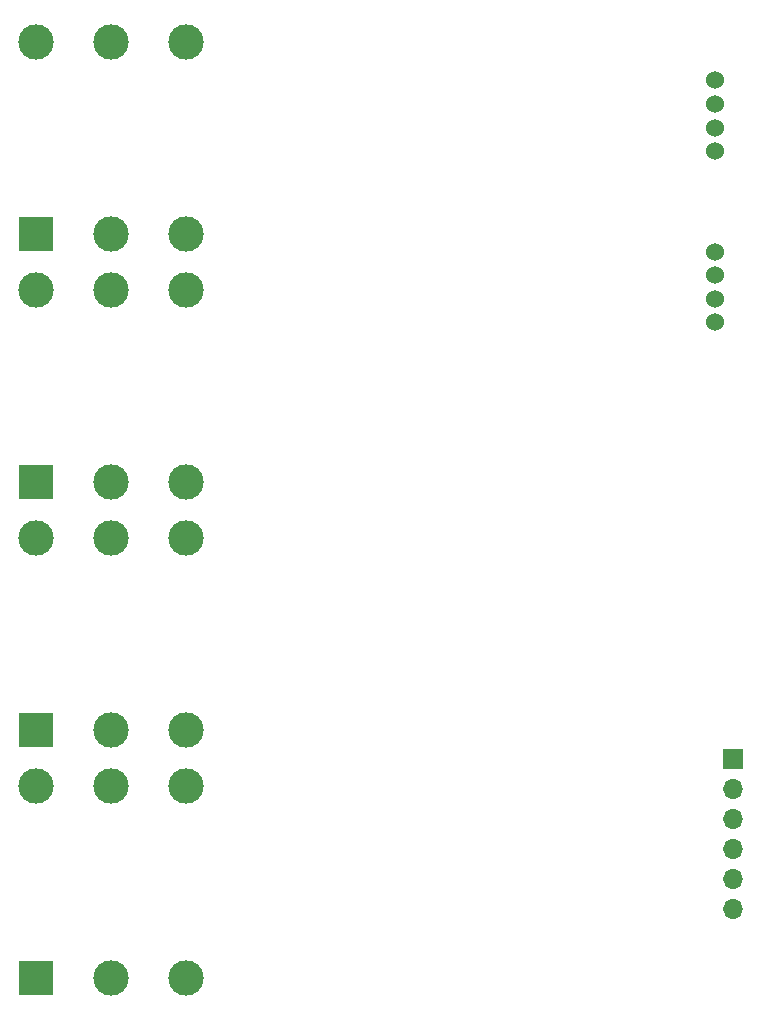
<source format=gbs>
G04 #@! TF.FileFunction,Soldermask,Bot*
%FSLAX46Y46*%
G04 Gerber Fmt 4.6, Leading zero omitted, Abs format (unit mm)*
G04 Created by KiCad (PCBNEW 4.0.7) date 09/24/20 20:34:46*
%MOMM*%
%LPD*%
G01*
G04 APERTURE LIST*
%ADD10C,0.200000*%
%ADD11C,1.524000*%
%ADD12R,1.700000X1.700000*%
%ADD13O,1.700000X1.700000*%
%ADD14C,3.000000*%
%ADD15R,3.000000X3.000000*%
G04 APERTURE END LIST*
D10*
D11*
X211000000Y-104000000D03*
X211000000Y-106000000D03*
X211000000Y-108000000D03*
X211000000Y-110000000D03*
D12*
X212500000Y-147000000D03*
D13*
X212500000Y-149540000D03*
X212500000Y-152080000D03*
X212500000Y-154620000D03*
X212500000Y-157160000D03*
X212500000Y-159700000D03*
D11*
X211000000Y-89500000D03*
X211000000Y-91500000D03*
X211000000Y-93500000D03*
X211000000Y-95500000D03*
D14*
X159850000Y-86270000D03*
X166200000Y-86270000D03*
X153500000Y-86270000D03*
X159850000Y-102500000D03*
X166200000Y-102500000D03*
D15*
X153500000Y-102500000D03*
D14*
X159850000Y-107270000D03*
X166200000Y-107270000D03*
X153500000Y-107270000D03*
X159850000Y-123500000D03*
X166200000Y-123500000D03*
D15*
X153500000Y-123500000D03*
D14*
X159850000Y-128270000D03*
X166200000Y-128270000D03*
X153500000Y-128270000D03*
X159850000Y-144500000D03*
X166200000Y-144500000D03*
D15*
X153500000Y-144500000D03*
D14*
X159850000Y-149270000D03*
X166200000Y-149270000D03*
X153500000Y-149270000D03*
X159850000Y-165500000D03*
X166200000Y-165500000D03*
D15*
X153500000Y-165500000D03*
M02*

</source>
